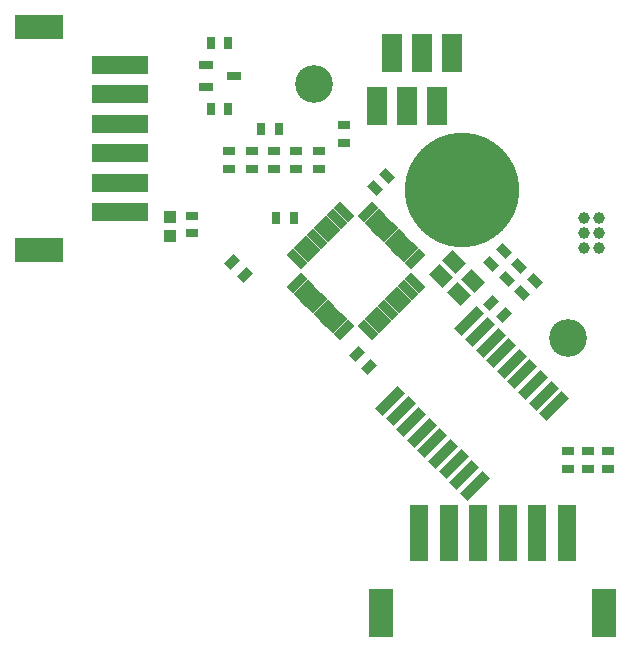
<source format=gbs>
G04 Layer_Color=16711935*
%FSAX25Y25*%
%MOIN*%
G70*
G01*
G75*
%ADD49C,0.12611*%
%ADD50C,0.38202*%
%ADD51R,0.04343X0.03162*%
%ADD52R,0.03950X0.03950*%
%ADD53R,0.06706X0.12611*%
%ADD54C,0.03898*%
G04:AMPARAMS|DCode=55|XSize=63.12mil|YSize=51.31mil|CornerRadius=0mil|HoleSize=0mil|Usage=FLASHONLY|Rotation=135.000|XOffset=0mil|YOffset=0mil|HoleType=Round|Shape=Rectangle|*
%AMROTATEDRECTD55*
4,1,4,0.04046,-0.00418,0.00418,-0.04046,-0.04046,0.00418,-0.00418,0.04046,0.04046,-0.00418,0.0*
%
%ADD55ROTATEDRECTD55*%

%ADD56R,0.04737X0.03162*%
%ADD57R,0.03162X0.04343*%
G04:AMPARAMS|DCode=58|XSize=31.62mil|YSize=43.43mil|CornerRadius=0mil|HoleSize=0mil|Usage=FLASHONLY|Rotation=45.000|XOffset=0mil|YOffset=0mil|HoleType=Round|Shape=Rectangle|*
%AMROTATEDRECTD58*
4,1,4,0.00418,-0.02654,-0.02654,0.00418,-0.00418,0.02654,0.02654,-0.00418,0.00418,-0.02654,0.0*
%
%ADD58ROTATEDRECTD58*%

G04:AMPARAMS|DCode=59|XSize=31.62mil|YSize=43.43mil|CornerRadius=0mil|HoleSize=0mil|Usage=FLASHONLY|Rotation=135.000|XOffset=0mil|YOffset=0mil|HoleType=Round|Shape=Rectangle|*
%AMROTATEDRECTD59*
4,1,4,0.02654,0.00418,-0.00418,-0.02654,-0.02654,-0.00418,0.00418,0.02654,0.02654,0.00418,0.0*
%
%ADD59ROTATEDRECTD59*%

%ADD60R,0.16154X0.07887*%
%ADD61R,0.18517X0.05918*%
%ADD62R,0.07887X0.16154*%
%ADD63R,0.05918X0.18517*%
G04:AMPARAMS|DCode=64|XSize=29.65mil|YSize=67.06mil|CornerRadius=0mil|HoleSize=0mil|Usage=FLASHONLY|Rotation=225.000|XOffset=0mil|YOffset=0mil|HoleType=Round|Shape=Rectangle|*
%AMROTATEDRECTD64*
4,1,4,-0.01322,0.03419,0.03419,-0.01322,0.01322,-0.03419,-0.03419,0.01322,-0.01322,0.03419,0.0*
%
%ADD64ROTATEDRECTD64*%

G04:AMPARAMS|DCode=65|XSize=29.65mil|YSize=67.06mil|CornerRadius=0mil|HoleSize=0mil|Usage=FLASHONLY|Rotation=135.000|XOffset=0mil|YOffset=0mil|HoleType=Round|Shape=Rectangle|*
%AMROTATEDRECTD65*
4,1,4,0.03419,0.01322,-0.01322,-0.03419,-0.03419,-0.01322,0.01322,0.03419,0.03419,0.01322,0.0*
%
%ADD65ROTATEDRECTD65*%

G04:AMPARAMS|DCode=66|XSize=35.56mil|YSize=106.42mil|CornerRadius=0mil|HoleSize=0mil|Usage=FLASHONLY|Rotation=135.000|XOffset=0mil|YOffset=0mil|HoleType=Round|Shape=Rectangle|*
%AMROTATEDRECTD66*
4,1,4,0.05020,0.02506,-0.02506,-0.05020,-0.05020,-0.02506,0.02506,0.05020,0.05020,0.02506,0.0*
%
%ADD66ROTATEDRECTD66*%

D49*
X0200248Y0178921D02*
D03*
X0115602Y0263567D02*
D03*
D50*
X0164815Y0228134D02*
D03*
D51*
X0074854Y0213764D02*
D03*
Y0219669D02*
D03*
X0125445Y0249984D02*
D03*
Y0244079D02*
D03*
X0206744Y0135417D02*
D03*
Y0141323D02*
D03*
X0109500Y0241323D02*
D03*
Y0235417D02*
D03*
X0087256Y0235417D02*
D03*
Y0241323D02*
D03*
X0094736Y0235417D02*
D03*
Y0241323D02*
D03*
X0200051Y0141323D02*
D03*
Y0135417D02*
D03*
X0213437Y0141323D02*
D03*
Y0135417D02*
D03*
X0116980Y0235417D02*
D03*
Y0241323D02*
D03*
X0102216Y0235417D02*
D03*
Y0241323D02*
D03*
D52*
X0067571Y0219276D02*
D03*
Y0212976D02*
D03*
D53*
X0141429Y0274000D02*
D03*
X0156429Y0256283D02*
D03*
X0146429D02*
D03*
X0136429D02*
D03*
X0161429Y0274000D02*
D03*
X0151429D02*
D03*
D54*
X0210366Y0208842D02*
D03*
X0205366D02*
D03*
Y0213843D02*
D03*
X0210366D02*
D03*
X0205366Y0218843D02*
D03*
X0210366D02*
D03*
D55*
X0162208Y0204093D02*
D03*
X0163879Y0193514D02*
D03*
X0168333Y0197968D02*
D03*
X0157754Y0199638D02*
D03*
D56*
X0088831Y0266323D02*
D03*
X0079382Y0270063D02*
D03*
Y0262583D02*
D03*
D57*
X0086862Y0255102D02*
D03*
X0080957D02*
D03*
X0086862Y0277346D02*
D03*
X0080957D02*
D03*
X0103791Y0248606D02*
D03*
X0097886D02*
D03*
X0102807Y0219079D02*
D03*
X0108713D02*
D03*
D58*
X0179656Y0198684D02*
D03*
X0183832Y0202859D02*
D03*
X0184774Y0193762D02*
D03*
X0188950Y0197938D02*
D03*
X0135758Y0228802D02*
D03*
X0139934Y0232978D02*
D03*
X0178714Y0207781D02*
D03*
X0174538Y0203605D02*
D03*
D59*
X0133832Y0169353D02*
D03*
X0129656Y0173529D02*
D03*
X0088121Y0204238D02*
D03*
X0092297Y0200062D02*
D03*
X0178714Y0186479D02*
D03*
X0174538Y0190655D02*
D03*
D60*
X0023870Y0208252D02*
D03*
Y0282661D02*
D03*
D61*
X0050642Y0220850D02*
D03*
Y0230693D02*
D03*
Y0240535D02*
D03*
Y0250378D02*
D03*
Y0260220D02*
D03*
Y0270063D02*
D03*
D62*
X0212256Y0087189D02*
D03*
X0137846D02*
D03*
D63*
X0199657Y0113961D02*
D03*
X0189815D02*
D03*
X0179972D02*
D03*
X0170130D02*
D03*
X0160287D02*
D03*
X0150445D02*
D03*
D64*
X0125345Y0220792D02*
D03*
X0123118Y0218565D02*
D03*
X0120891Y0216337D02*
D03*
X0118664Y0214110D02*
D03*
X0116437Y0211883D02*
D03*
X0114210Y0209656D02*
D03*
X0111983Y0207429D02*
D03*
X0109756Y0205202D02*
D03*
X0133419Y0181539D02*
D03*
X0135646Y0183766D02*
D03*
X0137873Y0185993D02*
D03*
X0140100Y0188220D02*
D03*
X0142327Y0190447D02*
D03*
X0144554Y0192675D02*
D03*
X0146781Y0194902D02*
D03*
X0149008Y0197129D02*
D03*
D65*
X0109756D02*
D03*
X0111983Y0194902D02*
D03*
X0114210Y0192675D02*
D03*
X0116437Y0190447D02*
D03*
X0118664Y0188220D02*
D03*
X0120891Y0185993D02*
D03*
X0123118Y0183766D02*
D03*
X0125345Y0181539D02*
D03*
X0149008Y0205202D02*
D03*
X0146781Y0207429D02*
D03*
X0144554Y0209656D02*
D03*
X0142327Y0211883D02*
D03*
X0140100Y0214110D02*
D03*
X0137873Y0216337D02*
D03*
X0135646Y0218565D02*
D03*
X0133419Y0220792D02*
D03*
D66*
X0169080Y0129705D02*
D03*
X0165545Y0133241D02*
D03*
X0162009Y0136776D02*
D03*
X0158474Y0140312D02*
D03*
X0154938Y0143847D02*
D03*
X0151402Y0147383D02*
D03*
X0147867Y0150918D02*
D03*
X0144331Y0154454D02*
D03*
X0140796Y0157990D02*
D03*
X0195527Y0156152D02*
D03*
X0191991Y0159688D02*
D03*
X0188456Y0163223D02*
D03*
X0184920Y0166759D02*
D03*
X0181385Y0170294D02*
D03*
X0177849Y0173830D02*
D03*
X0174314Y0177365D02*
D03*
X0170778Y0180901D02*
D03*
X0167243Y0184436D02*
D03*
M02*

</source>
